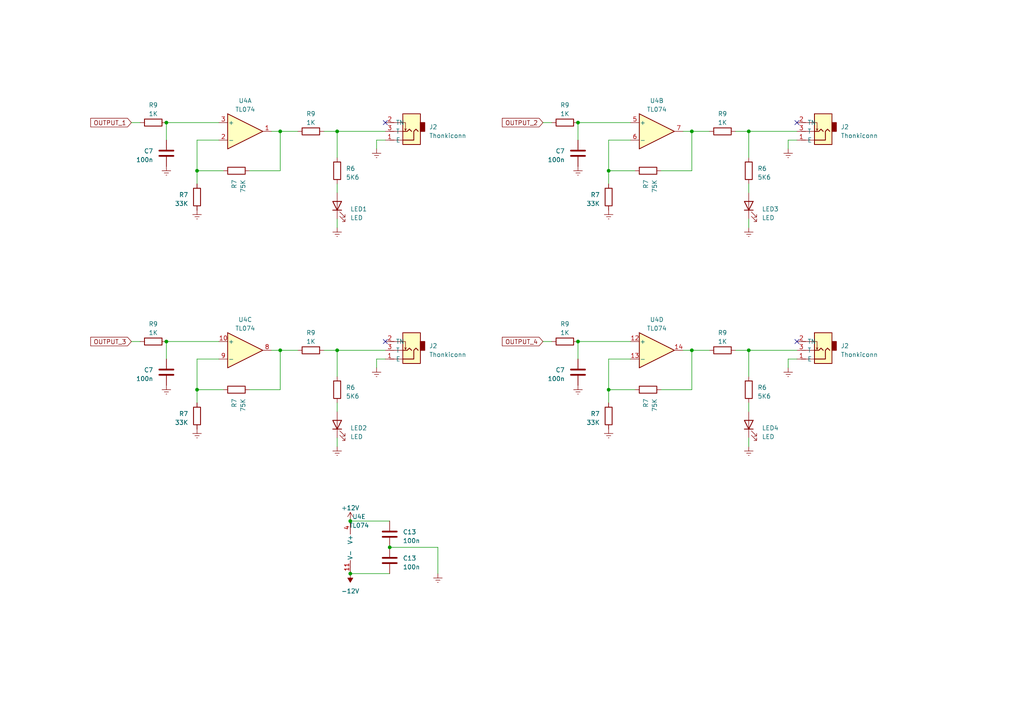
<source format=kicad_sch>
(kicad_sch (version 20230121) (generator eeschema)
  (paper "A4")
  (lib_symbols
    (symbol "Amplifier_Operational:TL074" (pin_names (offset 0.127))
      (property "Reference" "U" (at 0 5.08 0))
      (property "Value" "TL074" (at 0 -5.08 0))
      (symbol "TL074_1_1"
        (polyline (pts (xy -5.08 5.08) (xy 5.08 0) (xy -5.08 -5.08) (xy -5.08 5.08)) (stroke (width 0.254)) (fill (type background)))
        (pin output line (at 7.62 0 180) (length 2.54) (name "~") (number "1"))
        (pin input line (at -7.62 -2.54 0) (length 2.54) (name "-") (number "2"))
        (pin input line (at -7.62 2.54 0) (length 2.54) (name "+") (number "3"))
      )
      (symbol "TL074_2_1"
        (polyline (pts (xy -5.08 5.08) (xy 5.08 0) (xy -5.08 -5.08) (xy -5.08 5.08)) (stroke (width 0.254)) (fill (type background)))
        (pin input line (at -7.62 2.54 0) (length 2.54) (name "+") (number "5"))
        (pin input line (at -7.62 -2.54 0) (length 2.54) (name "-") (number "6"))
        (pin output line (at 7.62 0 180) (length 2.54) (name "~") (number "7"))
      )
      (symbol "TL074_3_1"
        (polyline (pts (xy -5.08 5.08) (xy 5.08 0) (xy -5.08 -5.08) (xy -5.08 5.08)) (stroke (width 0.254)) (fill (type background)))
        (pin input line (at -7.62 2.54 0) (length 2.54) (name "+") (number "10"))
        (pin output line (at 7.62 0 180) (length 2.54) (name "~") (number "8"))
        (pin input line (at -7.62 -2.54 0) (length 2.54) (name "-") (number "9"))
      )
      (symbol "TL074_4_1"
        (polyline (pts (xy -5.08 5.08) (xy 5.08 0) (xy -5.08 -5.08) (xy -5.08 5.08)) (stroke (width 0.254)) (fill (type background)))
        (pin input line (at -7.62 2.54 0) (length 2.54) (name "+") (number "12"))
        (pin input line (at -7.62 -2.54 0) (length 2.54) (name "-") (number "13"))
        (pin output line (at 7.62 0 180) (length 2.54) (name "~") (number "14"))
      )
      (symbol "TL074_5_1"
        (pin power_in line (at -2.54 -7.62 90) (length 3.81) (name "V-") (number "11"))
        (pin power_in line (at -2.54 7.62 270) (length 3.81) (name "V+") (number "4"))
      )
    )
    (symbol "Device:C" (pin_numbers hide) (pin_names (offset 0.254))
      (property "Reference" "C" (at 0.635 2.54 0))
      (property "Value" "C" (at 0.635 -2.54 0))
      (symbol "C_0_1"
        (polyline (pts (xy -2.032 -0.762) (xy 2.032 -0.762)) (stroke (width 0.508)))
        (polyline (pts (xy -2.032 0.762) (xy 2.032 0.762)) (stroke (width 0.508)))
      )
      (symbol "C_1_1"
        (pin passive line (at 0 3.81 270) (length 2.794) (name "~") (number "1"))
        (pin passive line (at 0 -3.81 90) (length 2.794) (name "~") (number "2"))
      )
    )
    (symbol "Device:LED" (pin_numbers hide) (pin_names (offset 1.016) hide)
      (property "Reference" "D" (at 0 2.54 0))
      (property "Value" "LED" (at 0 -2.54 0))
      (symbol "LED_0_1"
        (polyline (pts (xy -1.27 -1.27) (xy -1.27 1.27)) (stroke (width 0.254)))
        (polyline (pts (xy -1.27 0) (xy 1.27 0)))
        (polyline (pts (xy 1.27 -1.27) (xy 1.27 1.27) (xy -1.27 0) (xy 1.27 -1.27)) (stroke (width 0.254)))
        (polyline (pts (xy -3.048 -0.762) (xy -4.572 -2.286) (xy -3.81 -2.286) (xy -4.572 -2.286) (xy -4.572 -1.524)))
        (polyline (pts (xy -1.778 -0.762) (xy -3.302 -2.286) (xy -2.54 -2.286) (xy -3.302 -2.286) (xy -3.302 -1.524)))
      )
      (symbol "LED_1_1"
        (pin passive line (at -3.81 0 0) (length 2.54) (name "K") (number "1"))
        (pin passive line (at 3.81 0 180) (length 2.54) (name "A") (number "2"))
      )
    )
    (symbol "Device:R" (pin_numbers hide) (pin_names (offset 0))
      (property "Reference" "R" (at 2.032 0 90))
      (property "Value" "R" (at 0 0 90))
      (symbol "R_0_1"
        (rectangle (start -1.016 -2.54) (end 1.016 2.54) (stroke (width 0.254)))
      )
      (symbol "R_1_1"
        (pin passive line (at 0 3.81 270) (length 1.27) (name "~") (number "1"))
        (pin passive line (at 0 -3.81 90) (length 1.27) (name "~") (number "2"))
      )
    )
    (symbol "Eurorack:Thonkiconn_Mono_Jack"
      (property "Reference" "J" (at 0 1.27 0))
      (property "Value" "Thonkiconn_Mono_Jack" (at 10.16 3.81 0))
      (symbol "Thonkiconn_Mono_Jack_0_1"
        (rectangle (start -1.27 -2.54) (end 0 -5.08) (stroke (width 0.254)) (fill (type outline)))
        (polyline (pts (xy 4.318 -4.826) (xy 4.572 -4.318)))
        (polyline (pts (xy 8.89 -7.62) (xy 5.08 -7.62)))
        (polyline (pts (xy 8.89 -5.08) (xy 5.08 -5.08)))
        (polyline (pts (xy 2.54 -5.08) (xy 3.175 -4.445) (xy 3.81 -5.08) (xy 5.08 -5.08)) (stroke (width 0.254)))
        (polyline (pts (xy 8.89 -2.54) (xy 4.318 -2.54) (xy 4.318 -4.826) (xy 4.064 -4.318)))
        (polyline (pts (xy 5.08 -7.62) (xy 1.905 -7.62) (xy 1.905 -5.08) (xy 1.27 -4.445) (xy 0.635 -5.08)) (stroke (width 0.254)))
        (rectangle (start 0 0) (end 5.08 -8.89) (stroke (width 0.254)) (fill (type background)))
      )
      (symbol "Thonkiconn_Mono_Jack_1_1"
        (pin passive line (at 10.16 -7.62 180) (length 2.54) (name "E") (number "1"))
        (pin passive line (at 10.16 -2.54 180) (length 2.54) (name "TN") (number "2"))
        (pin passive line (at 10.16 -5.08 180) (length 2.54) (name "T") (number "3"))
      )
    )
    (symbol "power:+12V" (power) (pin_names (offset 0))
      (property "Value" "+12V" (at 0 3.556 0))
      (symbol "+12V_0_1"
        (polyline (pts (xy -0.762 1.27) (xy 0 2.54)))
        (polyline (pts (xy 0 0) (xy 0 2.54)))
        (polyline (pts (xy 0 2.54) (xy 0.762 1.27)))
      )
      (symbol "+12V_1_1"
        (pin power_in line (at 0 0 90) (length 0) hide (name "+12V") (number "1"))
      )
    )
    (symbol "power:-12V" (power) (pin_names (offset 0))
      (property "Value" "-12V" (at 0 3.81 0))
      (symbol "-12V_0_0"
        (pin power_in line (at 0 0 90) (length 0) hide (name "-12V") (number "1"))
      )
      (symbol "-12V_0_1"
        (polyline (pts (xy 0 0) (xy 0 1.27) (xy 0.762 1.27) (xy 0 2.54) (xy -0.762 1.27) (xy 0 1.27)) (fill (type outline)))
      )
    )
    (symbol "power:Earth" (power) (pin_names (offset 0))
      (symbol "Earth_0_1"
        (polyline (pts (xy -0.635 -1.905) (xy 0.635 -1.905)))
        (polyline (pts (xy -0.127 -2.54) (xy 0.127 -2.54)))
        (polyline (pts (xy 0 -1.27) (xy 0 0)))
        (polyline (pts (xy 1.27 -1.27) (xy -1.27 -1.27)))
      )
      (symbol "Earth_1_1"
        (pin power_in line (at 0 0 270) (length 0) hide (name "Earth") (number "1"))
      )
    )
  )
  (junction (at 57.15 113.03))
  (junction (at 48.26 35.56))
  (junction (at 167.64 99.06))
  (junction (at 101.6 166.37))
  (junction (at 48.26 99.06))
  (junction (at 167.64 35.56))
  (junction (at 113.03 158.75))
  (junction (at 200.66 38.1))
  (junction (at 217.17 101.6))
  (junction (at 176.53 113.03))
  (junction (at 81.28 101.6))
  (junction (at 176.53 49.53))
  (junction (at 97.79 38.1))
  (junction (at 57.15 49.53))
  (junction (at 97.79 101.6))
  (junction (at 200.66 101.6))
  (junction (at 81.28 38.1))
  (junction (at 101.6 151.13))
  (junction (at 217.17 38.1))
  (no_connect (at 231.14 99.06))
  (no_connect (at 231.14 35.56))
  (no_connect (at 111.76 35.56))
  (no_connect (at 111.76 99.06))
  (wire (pts (xy 200.66 101.6) (xy 205.74 101.6)))
  (wire (pts (xy 48.26 35.56) (xy 63.5 35.56)))
  (wire (pts (xy 97.79 38.1) (xy 97.79 45.72)))
  (wire (pts (xy 109.22 40.64) (xy 109.22 43.18)))
  (wire (pts (xy 157.48 99.06) (xy 160.02 99.06)))
  (wire (pts (xy 48.26 99.06) (xy 48.26 104.14)))
  (wire (pts (xy 176.53 49.53) (xy 184.15 49.53)))
  (wire (pts (xy 109.22 104.14) (xy 109.22 106.68)))
  (wire (pts (xy 57.15 40.64) (xy 57.15 49.53)))
  (wire (pts (xy 97.79 116.84) (xy 97.79 119.38)))
  (wire (pts (xy 217.17 101.6) (xy 217.17 109.22)))
  (wire (pts (xy 217.17 38.1) (xy 213.36 38.1)))
  (wire (pts (xy 217.17 38.1) (xy 231.14 38.1)))
  (wire (pts (xy 217.17 116.84) (xy 217.17 119.38)))
  (wire (pts (xy 228.6 104.14) (xy 228.6 106.68)))
  (wire (pts (xy 191.77 113.03) (xy 200.66 113.03)))
  (wire (pts (xy 176.53 104.14) (xy 176.53 113.03)))
  (wire (pts (xy 81.28 49.53) (xy 81.28 38.1)))
  (wire (pts (xy 72.39 113.03) (xy 81.28 113.03)))
  (wire (pts (xy 72.39 49.53) (xy 81.28 49.53)))
  (wire (pts (xy 81.28 113.03) (xy 81.28 101.6)))
  (wire (pts (xy 157.48 35.56) (xy 160.02 35.56)))
  (wire (pts (xy 191.77 49.53) (xy 200.66 49.53)))
  (wire (pts (xy 57.15 104.14) (xy 57.15 113.03)))
  (wire (pts (xy 97.79 101.6) (xy 93.98 101.6)))
  (wire (pts (xy 81.28 101.6) (xy 86.36 101.6)))
  (wire (pts (xy 81.28 38.1) (xy 78.74 38.1)))
  (wire (pts (xy 217.17 66.04) (xy 217.17 63.5)))
  (wire (pts (xy 38.1 35.56) (xy 40.64 35.56)))
  (wire (pts (xy 200.66 38.1) (xy 205.74 38.1)))
  (wire (pts (xy 81.28 38.1) (xy 86.36 38.1)))
  (wire (pts (xy 217.17 38.1) (xy 217.17 45.72)))
  (wire (pts (xy 200.66 113.03) (xy 200.66 101.6)))
  (wire (pts (xy 97.79 38.1) (xy 111.76 38.1)))
  (wire (pts (xy 200.66 101.6) (xy 198.12 101.6)))
  (wire (pts (xy 101.6 166.37) (xy 113.03 166.37)))
  (wire (pts (xy 97.79 66.04) (xy 97.79 63.5)))
  (wire (pts (xy 63.5 104.14) (xy 57.15 104.14)))
  (wire (pts (xy 217.17 53.34) (xy 217.17 55.88)))
  (wire (pts (xy 231.14 40.64) (xy 228.6 40.64)))
  (wire (pts (xy 127 166.37) (xy 127 158.75)))
  (wire (pts (xy 167.64 35.56) (xy 182.88 35.56)))
  (wire (pts (xy 101.6 151.13) (xy 113.03 151.13)))
  (wire (pts (xy 228.6 40.64) (xy 228.6 43.18)))
  (wire (pts (xy 217.17 101.6) (xy 213.36 101.6)))
  (wire (pts (xy 97.79 38.1) (xy 93.98 38.1)))
  (wire (pts (xy 48.26 35.56) (xy 48.26 40.64)))
  (wire (pts (xy 57.15 49.53) (xy 64.77 49.53)))
  (wire (pts (xy 231.14 104.14) (xy 228.6 104.14)))
  (wire (pts (xy 57.15 49.53) (xy 57.15 53.34)))
  (wire (pts (xy 167.64 35.56) (xy 167.64 40.64)))
  (wire (pts (xy 167.64 99.06) (xy 167.64 104.14)))
  (wire (pts (xy 63.5 40.64) (xy 57.15 40.64)))
  (wire (pts (xy 97.79 129.54) (xy 97.79 127)))
  (wire (pts (xy 176.53 113.03) (xy 184.15 113.03)))
  (wire (pts (xy 97.79 53.34) (xy 97.79 55.88)))
  (wire (pts (xy 111.76 104.14) (xy 109.22 104.14)))
  (wire (pts (xy 97.79 101.6) (xy 97.79 109.22)))
  (wire (pts (xy 176.53 113.03) (xy 176.53 116.84)))
  (wire (pts (xy 97.79 101.6) (xy 111.76 101.6)))
  (wire (pts (xy 176.53 40.64) (xy 176.53 49.53)))
  (wire (pts (xy 182.88 104.14) (xy 176.53 104.14)))
  (wire (pts (xy 127 158.75) (xy 113.03 158.75)))
  (wire (pts (xy 176.53 49.53) (xy 176.53 53.34)))
  (wire (pts (xy 57.15 113.03) (xy 64.77 113.03)))
  (wire (pts (xy 167.64 99.06) (xy 182.88 99.06)))
  (wire (pts (xy 217.17 129.54) (xy 217.17 127)))
  (wire (pts (xy 81.28 101.6) (xy 78.74 101.6)))
  (wire (pts (xy 217.17 101.6) (xy 231.14 101.6)))
  (wire (pts (xy 200.66 38.1) (xy 198.12 38.1)))
  (wire (pts (xy 200.66 49.53) (xy 200.66 38.1)))
  (wire (pts (xy 57.15 113.03) (xy 57.15 116.84)))
  (wire (pts (xy 111.76 40.64) (xy 109.22 40.64)))
  (wire (pts (xy 48.26 99.06) (xy 63.5 99.06)))
  (wire (pts (xy 182.88 40.64) (xy 176.53 40.64)))
  (wire (pts (xy 38.1 99.06) (xy 40.64 99.06)))
  (global_label "OUTPUT_1" (shape input) (at 38.1 35.56 180) (property "Intersheetrefs" "${INTERSHEET_REFS}" (effects hide)))
  (global_label "OUTPUT_4" (shape input) (at 157.48 99.06 180) (property "Intersheetrefs" "${INTERSHEET_REFS}" (effects hide)))
  (global_label "OUTPUT_2" (shape input) (at 157.48 35.56 180) (property "Intersheetrefs" "${INTERSHEET_REFS}" (effects hide)))
  (global_label "OUTPUT_3" (shape input) (at 38.1 99.06 180) (property "Intersheetrefs" "${INTERSHEET_REFS}" (effects hide)))
  (symbol (lib_id "Device:R") (at 209.55 38.1 270) (unit 1)
    (property "Reference" "R9" (at 209.55 33.02 90))
    (property "Value" "1K" (at 209.55 35.56 90))
    (property "Footprint" "Resistor_SMD:R_0402_1005Metric" (effects hide))
    (property "JLC" "C11702" (effects hide))
    (instances (project "EuroPi-LC" (path "" (reference "R9") (unit 1)) (path "" (reference "R24") (unit 1))) (project "EuroPi LC" (path "" (reference "R17") (unit 1))) (project "rp2040-core" (path "" (reference "R9") (unit 1))))
  )
  (symbol (lib_id "power:Earth") (at 176.53 60.96 0) (unit 1)
    (property "Reference" "#PWR060" (effects hide))
    (property "Value" "Earth" (effects hide))
    (instances (project "EuroPi-LC" (path "" (reference "#PWR060") (unit 1))) (project "EuroPi LC" (path "" (reference "#PWR019") (unit 1))))
  )
  (symbol (lib_id "Amplifier_Operational:TL074") (at 190.5 101.6 0) (unit 4)
    (property "Reference" "U4" (at 190.5 92.71 0))
    (property "Value" "TL074" (at 190.5 95.25 0))
    (property "Footprint" "Package_SO:SOIC-14_3.9x8.7mm_P1.27mm" (effects hide))
    (property "Datasheet" "http://www.ti.com/lit/ds/symlink/tl071.pdf" (effects hide))
    (instances (project "EuroPi-LC" (path "" (reference "U4") (unit 4))) (project "EuroPi LC" (path "" (reference "U1") (unit 4))))
  )
  (symbol (lib_id "Device:R") (at 187.96 113.03 90) (mirror x) (unit 1)
    (property "Reference" "R7" (at 187.325 115.57 0) (effects (justify left)))
    (property "Value" "75K" (at 189.865 115.57 0) (effects (justify left)))
    (property "Footprint" "Resistor_SMD:R_0402_1005Metric" (effects hide))
    (property "JLC" "C25798" (effects hide))
    (instances (project "EuroPi-LC" (path "" (reference "R7") (unit 1)) (path "" (reference "R23") (unit 1))) (project "EuroPi LC" (path "" (reference "R16") (unit 1))) (project "rp2040-core" (path "" (reference "R7") (unit 1))))
  )
  (symbol (lib_id "Device:R") (at 68.58 113.03 90) (mirror x) (unit 1)
    (property "Reference" "R7" (at 67.945 115.57 0) (effects (justify left)))
    (property "Value" "75K" (at 70.485 115.57 0) (effects (justify left)))
    (property "Footprint" "Resistor_SMD:R_0402_1005Metric" (effects hide))
    (property "JLC" "C25798" (effects hide))
    (instances (project "EuroPi-LC" (path "" (reference "R7") (unit 1)) (path "" (reference "R15") (unit 1))) (project "EuroPi LC" (path "" (reference "R6") (unit 1))) (project "rp2040-core" (path "" (reference "R7") (unit 1))))
  )
  (symbol (lib_id "power:Earth") (at 217.17 129.54 0) (unit 1)
    (property "Reference" "#PWR083" (effects hide))
    (property "Value" "Earth" (effects hide))
    (instances (project "EuroPi-LC" (path "" (reference "#PWR083") (unit 1))) (project "EuroPi LC" (path "" (reference "#PWR022") (unit 1))))
  )
  (symbol (lib_id "Device:C") (at 48.26 44.45 0) (mirror y) (unit 1)
    (property "Reference" "C7" (at 44.45 43.815 0) (effects (justify left)))
    (property "Value" "100n" (at 44.45 46.355 0) (effects (justify left)))
    (property "Footprint" "Capacitor_SMD:C_0402_1005Metric" (effects hide))
    (property "JLC" "C307331" (effects hide))
    (instances (project "EuroPi-LC" (path "" (reference "C7") (unit 1)) (path "" (reference "C18") (unit 1))) (project "EuroPi LC" (path "" (reference "C3") (unit 1))) (project "rp2040-core" (path "" (reference "C7") (unit 1))))
  )
  (symbol (lib_id "power:Earth") (at 127 166.37 0) (unit 1)
    (property "Reference" "#PWR057" (effects hide))
    (property "Value" "Earth" (effects hide))
    (instances (project "EuroPi-LC" (path "" (reference "#PWR057") (unit 1))) (project "EuroPi LC" (path "" (reference "#PWR016") (unit 1))))
  )
  (symbol (lib_id "Device:C") (at 167.64 107.95 0) (mirror y) (unit 1)
    (property "Reference" "C7" (at 163.83 107.315 0) (effects (justify left)))
    (property "Value" "100n" (at 163.83 109.855 0) (effects (justify left)))
    (property "Footprint" "Capacitor_SMD:C_0402_1005Metric" (effects hide))
    (property "JLC" "C307331" (effects hide))
    (instances (project "EuroPi-LC" (path "" (reference "C7") (unit 1)) (path "" (reference "C23") (unit 1))) (project "EuroPi LC" (path "" (reference "C8") (unit 1))) (project "rp2040-core" (path "" (reference "C7") (unit 1))))
  )
  (symbol (lib_id "power:Earth") (at 57.15 60.96 0) (unit 1)
    (property "Reference" "#PWR051" (effects hide))
    (property "Value" "Earth" (effects hide))
    (instances (project "EuroPi-LC" (path "" (reference "#PWR051") (unit 1))) (project "EuroPi LC" (path "" (reference "#PWR08") (unit 1))))
  )
  (symbol (lib_id "power:Earth") (at 48.26 111.76 0) (unit 1)
    (property "Reference" "#PWR050" (effects hide))
    (property "Value" "Earth" (effects hide))
    (instances (project "EuroPi-LC" (path "" (reference "#PWR050") (unit 1))) (project "EuroPi LC" (path "" (reference "#PWR07") (unit 1))))
  )
  (symbol (lib_id "Device:R") (at 44.45 99.06 270) (unit 1)
    (property "Reference" "R9" (at 44.45 93.98 90))
    (property "Value" "1K" (at 44.45 96.52 90))
    (property "Footprint" "Resistor_SMD:R_0402_1005Metric" (effects hide))
    (property "JLC" "C11702" (effects hide))
    (instances (project "EuroPi-LC" (path "" (reference "R9") (unit 1)) (path "" (reference "R11") (unit 1))) (project "EuroPi LC" (path "" (reference "R2") (unit 1))) (project "rp2040-core" (path "" (reference "R9") (unit 1))))
  )
  (symbol (lib_id "Device:LED") (at 217.17 123.19 90) (unit 1)
    (property "Reference" "LED4" (at 220.98 124.1425 90) (effects (justify right)))
    (property "Value" "LED" (at 220.98 126.6825 90) (effects (justify right)))
    (property "Footprint" "allen-synthesis:led-3mm" (effects hide))
  )
  (symbol (lib_id "Amplifier_Operational:TL074") (at 71.12 38.1 0) (unit 1)
    (property "Reference" "U4" (at 71.12 29.21 0))
    (property "Value" "TL074" (at 71.12 31.75 0))
    (property "Footprint" "Package_SO:SOIC-14_3.9x8.7mm_P1.27mm" (effects hide))
    (property "Datasheet" "http://www.ti.com/lit/ds/symlink/tl071.pdf" (effects hide))
    (instances (project "EuroPi-LC" (path "" (reference "U4") (unit 1))) (project "EuroPi LC" (path "" (reference "U1") (unit 1))))
  )
  (symbol (lib_id "power:Earth") (at 228.6 43.18 0) (unit 1)
    (property "Reference" "#PWR053" (effects hide))
    (property "Value" "Earth" (effects hide))
    (instances (project "EuroPi-LC" (path "" (reference "#PWR053") (unit 1))) (project "EuroPi LC" (path "" (reference "#PWR023") (unit 1))))
  )
  (symbol (lib_id "Device:R") (at 187.96 49.53 90) (mirror x) (unit 1)
    (property "Reference" "R7" (at 187.325 52.07 0) (effects (justify left)))
    (property "Value" "75K" (at 189.865 52.07 0) (effects (justify left)))
    (property "Footprint" "Resistor_SMD:R_0402_1005Metric" (effects hide))
    (property "JLC" "C25798" (effects hide))
    (instances (project "EuroPi-LC" (path "" (reference "R7") (unit 1)) (path "" (reference "R22") (unit 1))) (project "EuroPi LC" (path "" (reference "R15") (unit 1))) (project "rp2040-core" (path "" (reference "R7") (unit 1))))
  )
  (symbol (lib_id "Device:LED") (at 97.79 123.19 90) (unit 1)
    (property "Reference" "LED2" (at 101.6 124.1425 90) (effects (justify right)))
    (property "Value" "LED" (at 101.6 126.6825 90) (effects (justify right)))
    (property "Footprint" "allen-synthesis:led-3mm" (effects hide))
  )
  (symbol (lib_id "Device:R") (at 217.17 49.53 180) (unit 1)
    (property "Reference" "R6" (at 219.71 48.895 0) (effects (justify right)))
    (property "Value" "5K6" (at 219.71 51.435 0) (effects (justify right)))
    (property "Footprint" "Resistor_SMD:R_0402_1005Metric" (effects hide))
    (property "JLC" "C25908" (effects hide))
    (instances (project "EuroPi-LC" (path "" (reference "R6") (unit 1)) (path "" (reference "R34") (unit 1))) (project "EuroPi LC" (path "" (reference "R19") (unit 1))) (project "rp2040-core" (path "" (reference "R6") (unit 1))))
  )
  (symbol (lib_id "Amplifier_Operational:TL074") (at 71.12 101.6 0) (unit 3)
    (property "Reference" "U4" (at 71.12 92.71 0))
    (property "Value" "TL074" (at 71.12 95.25 0))
    (property "Footprint" "Package_SO:SOIC-14_3.9x8.7mm_P1.27mm" (effects hide))
    (property "Datasheet" "http://www.ti.com/lit/ds/symlink/tl071.pdf" (effects hide))
    (instances (project "EuroPi-LC" (path "" (reference "U4") (unit 3))) (project "EuroPi LC" (path "" (reference "U1") (unit 3))))
  )
  (symbol (lib_id "Device:R") (at 176.53 120.65 0) (mirror y) (unit 1)
    (property "Reference" "R7" (at 173.99 120.015 0) (effects (justify left)))
    (property "Value" "33K" (at 173.99 122.555 0) (effects (justify left)))
    (property "Footprint" "Resistor_SMD:R_0402_1005Metric" (effects hide))
    (property "JLC" "C25779" (effects hide))
    (instances (project "EuroPi-LC" (path "" (reference "R7") (unit 1)) (path "" (reference "R21") (unit 1))) (project "EuroPi LC" (path "" (reference "R14") (unit 1))) (project "rp2040-core" (path "" (reference "R7") (unit 1))))
  )
  (symbol (lib_id "Eurorack:Thonkiconn_Mono_Jack") (at 241.3 33.02 0) (mirror y) (unit 1)
    (property "Reference" "J2" (at 243.84 36.83 0) (effects (justify right)))
    (property "Value" "Thonkiconn" (at 243.84 39.37 0) (effects (justify right)))
    (property "Footprint" "allen-synthesis:jack-thonkiconn-mono" (effects hide))
    (instances (project "EuroPi-LC" (path "" (reference "J2") (unit 1))) (project "EuroPi LC" (path "" (reference "J6") (unit 1))))
  )
  (symbol (lib_id "Amplifier_Operational:TL074") (at 104.14 158.75 0) (unit 5)
    (property "Reference" "U4" (at 104.14 149.86 0))
    (property "Value" "TL074" (at 104.14 152.4 0))
    (property "Footprint" "Package_SO:SOIC-14_3.9x8.7mm_P1.27mm" (effects hide))
    (property "Datasheet" "http://www.ti.com/lit/ds/symlink/tl071.pdf" (effects hide))
    (instances (project "EuroPi-LC" (path "" (reference "U4") (unit 5))) (project "EuroPi LC" (path "" (reference "U1") (unit 5))))
  )
  (symbol (lib_id "Eurorack:Thonkiconn_Mono_Jack") (at 241.3 96.52 0) (mirror y) (unit 1)
    (property "Reference" "J2" (at 243.84 100.33 0) (effects (justify right)))
    (property "Value" "Thonkiconn" (at 243.84 102.87 0) (effects (justify right)))
    (property "Footprint" "allen-synthesis:jack-thonkiconn-mono" (effects hide))
    (instances (project "EuroPi-LC" (path "" (reference "J2") (unit 1))) (project "EuroPi LC" (path "" (reference "J7") (unit 1))))
  )
  (symbol (lib_id "power:-12V") (at 101.6 166.37 180) (unit 1)
    (property "Reference" "#PWR056" (effects hide))
    (property "Value" "-12V" (at 101.6 171.45 0))
    (instances (project "EuroPi-LC" (path "" (reference "#PWR056") (unit 1))) (project "EuroPi LC" (path "" (reference "#PWR013") (unit 1))))
  )
  (symbol (lib_id "Device:R") (at 68.58 49.53 90) (mirror x) (unit 1)
    (property "Reference" "R7" (at 67.945 52.07 0) (effects (justify left)))
    (property "Value" "75K" (at 70.485 52.07 0) (effects (justify left)))
    (property "Footprint" "Resistor_SMD:R_0402_1005Metric" (effects hide))
    (property "JLC" "C25798" (effects hide))
    (instances (project "EuroPi-LC" (path "" (reference "R7") (unit 1)) (path "" (reference "R14") (unit 1))) (project "EuroPi LC" (path "" (reference "R5") (unit 1))) (project "rp2040-core" (path "" (reference "R7") (unit 1))))
  )
  (symbol (lib_id "Amplifier_Operational:TL074") (at 190.5 38.1 0) (unit 2)
    (property "Reference" "U4" (at 190.5 29.21 0))
    (property "Value" "TL074" (at 190.5 31.75 0))
    (property "Footprint" "Package_SO:SOIC-14_3.9x8.7mm_P1.27mm" (effects hide))
    (property "Datasheet" "http://www.ti.com/lit/ds/symlink/tl071.pdf" (effects hide))
    (instances (project "EuroPi-LC" (path "" (reference "U4") (unit 2))) (project "EuroPi LC" (path "" (reference "U1") (unit 2))))
  )
  (symbol (lib_id "Device:R") (at 97.79 49.53 180) (unit 1)
    (property "Reference" "R6" (at 100.33 48.895 0) (effects (justify right)))
    (property "Value" "5K6" (at 100.33 51.435 0) (effects (justify right)))
    (property "Footprint" "Resistor_SMD:R_0402_1005Metric" (effects hide))
    (property "JLC" "C25908" (effects hide))
    (instances (project "EuroPi-LC" (path "" (reference "R6") (unit 1)) (path "" (reference "R32") (unit 1))) (project "EuroPi LC" (path "" (reference "R9") (unit 1))) (project "rp2040-core" (path "" (reference "R6") (unit 1))))
  )
  (symbol (lib_id "Eurorack:Thonkiconn_Mono_Jack") (at 121.92 33.02 0) (mirror y) (unit 1)
    (property "Reference" "J2" (at 124.46 36.83 0) (effects (justify right)))
    (property "Value" "Thonkiconn" (at 124.46 39.37 0) (effects (justify right)))
    (property "Footprint" "allen-synthesis:jack-thonkiconn-mono" (effects hide))
    (instances (project "EuroPi-LC" (path "" (reference "J2") (unit 1))) (project "EuroPi LC" (path "" (reference "J4") (unit 1))))
  )
  (symbol (lib_id "Eurorack:Thonkiconn_Mono_Jack") (at 121.92 96.52 0) (mirror y) (unit 1)
    (property "Reference" "J2" (at 124.46 100.33 0) (effects (justify right)))
    (property "Value" "Thonkiconn" (at 124.46 102.87 0) (effects (justify right)))
    (property "Footprint" "allen-synthesis:jack-thonkiconn-mono" (effects hide))
    (instances (project "EuroPi-LC" (path "" (reference "J2") (unit 1))) (project "EuroPi LC" (path "" (reference "J5") (unit 1))))
  )
  (symbol (lib_id "Device:R") (at 176.53 57.15 0) (mirror y) (unit 1)
    (property "Reference" "R7" (at 173.99 56.515 0) (effects (justify left)))
    (property "Value" "33K" (at 173.99 59.055 0) (effects (justify left)))
    (property "Footprint" "Resistor_SMD:R_0402_1005Metric" (effects hide))
    (property "JLC" "C25779" (effects hide))
    (instances (project "EuroPi-LC" (path "" (reference "R7") (unit 1)) (path "" (reference "R20") (unit 1))) (project "EuroPi LC" (path "" (reference "R13") (unit 1))) (project "rp2040-core" (path "" (reference "R7") (unit 1))))
  )
  (symbol (lib_id "power:Earth") (at 109.22 106.68 0) (unit 1)
    (property "Reference" "#PWR053" (effects hide))
    (property "Value" "Earth" (effects hide))
    (instances (project "EuroPi-LC" (path "" (reference "#PWR053") (unit 1))) (project "EuroPi LC" (path "" (reference "#PWR015") (unit 1))))
  )
  (symbol (lib_id "Device:R") (at 57.15 57.15 0) (mirror y) (unit 1)
    (property "Reference" "R7" (at 54.61 56.515 0) (effects (justify left)))
    (property "Value" "33K" (at 54.61 59.055 0) (effects (justify left)))
    (property "Footprint" "Resistor_SMD:R_0402_1005Metric" (effects hide))
    (property "JLC" "C25779" (effects hide))
    (instances (project "EuroPi-LC" (path "" (reference "R7") (unit 1)) (path "" (reference "R12") (unit 1))) (project "EuroPi LC" (path "" (reference "R3") (unit 1))) (project "rp2040-core" (path "" (reference "R7") (unit 1))))
  )
  (symbol (lib_id "power:Earth") (at 217.17 66.04 0) (unit 1)
    (property "Reference" "#PWR082" (effects hide))
    (property "Value" "Earth" (effects hide))
    (instances (project "EuroPi-LC" (path "" (reference "#PWR082") (unit 1))) (project "EuroPi LC" (path "" (reference "#PWR021") (unit 1))))
  )
  (symbol (lib_id "Device:R") (at 90.17 38.1 270) (unit 1)
    (property "Reference" "R9" (at 90.17 33.02 90))
    (property "Value" "1K" (at 90.17 35.56 90))
    (property "Footprint" "Resistor_SMD:R_0402_1005Metric" (effects hide))
    (property "JLC" "C11702" (effects hide))
    (instances (project "EuroPi-LC" (path "" (reference "R9") (unit 1)) (path "" (reference "R16") (unit 1))) (project "EuroPi LC" (path "" (reference "R7") (unit 1))) (project "rp2040-core" (path "" (reference "R9") (unit 1))))
  )
  (symbol (lib_id "power:Earth") (at 109.22 43.18 0) (unit 1)
    (property "Reference" "#PWR053" (effects hide))
    (property "Value" "Earth" (effects hide))
    (instances (project "EuroPi-LC" (path "" (reference "#PWR053") (unit 1))) (project "EuroPi LC" (path "" (reference "#PWR014") (unit 1))))
  )
  (symbol (lib_id "Device:R") (at 97.79 113.03 180) (unit 1)
    (property "Reference" "R6" (at 100.33 112.395 0) (effects (justify right)))
    (property "Value" "5K6" (at 100.33 114.935 0) (effects (justify right)))
    (property "Footprint" "Resistor_SMD:R_0402_1005Metric" (effects hide))
    (property "JLC" "C25908" (effects hide))
    (instances (project "EuroPi-LC" (path "" (reference "R6") (unit 1)) (path "" (reference "R33") (unit 1))) (project "EuroPi LC" (path "" (reference "R10") (unit 1))) (project "rp2040-core" (path "" (reference "R6") (unit 1))))
  )
  (symbol (lib_id "power:Earth") (at 57.15 124.46 0) (unit 1)
    (property "Reference" "#PWR052" (effects hide))
    (property "Value" "Earth" (effects hide))
    (instances (project "EuroPi-LC" (path "" (reference "#PWR052") (unit 1))) (project "EuroPi LC" (path "" (reference "#PWR09") (unit 1))))
  )
  (symbol (lib_id "Device:C") (at 113.03 162.56 0) (unit 1)
    (property "Reference" "C13" (at 116.84 161.925 0) (effects (justify left)))
    (property "Value" "100n" (at 116.84 164.465 0) (effects (justify left)))
    (property "Footprint" "Capacitor_SMD:C_0402_1005Metric" (effects hide))
    (property "JLC" "C307331" (effects hide))
    (instances (project "EuroPi-LC" (path "" (reference "C13") (unit 1)) (path "" (reference "C21") (unit 1))) (project "EuroPi LC" (path "" (reference "C6") (unit 1))) (project "rp2040-core" (path "" (reference "C13") (unit 1))))
  )
  (symbol (lib_id "Device:R") (at 163.83 99.06 270) (unit 1)
    (property "Reference" "R9" (at 163.83 93.98 90))
    (property "Value" "1K" (at 163.83 96.52 90))
    (property "Footprint" "Resistor_SMD:R_0402_1005Metric" (effects hide))
    (property "JLC" "C11702" (effects hide))
    (instances (project "EuroPi-LC" (path "" (reference "R9") (unit 1)) (path "" (reference "R19") (unit 1))) (project "EuroPi LC" (path "" (reference "R12") (unit 1))) (project "rp2040-core" (path "" (reference "R9") (unit 1))))
  )
  (symbol (lib_id "Device:R") (at 90.17 101.6 270) (unit 1)
    (property "Reference" "R9" (at 90.17 96.52 90))
    (property "Value" "1K" (at 90.17 99.06 90))
    (property "Footprint" "Resistor_SMD:R_0402_1005Metric" (effects hide))
    (property "JLC" "C11702" (effects hide))
    (instances (project "EuroPi-LC" (path "" (reference "R9") (unit 1)) (path "" (reference "R17") (unit 1))) (project "EuroPi LC" (path "" (reference "R8") (unit 1))) (project "rp2040-core" (path "" (reference "R9") (unit 1))))
  )
  (symbol (lib_id "Device:R") (at 57.15 120.65 0) (mirror y) (unit 1)
    (property "Reference" "R7" (at 54.61 120.015 0) (effects (justify left)))
    (property "Value" "33K" (at 54.61 122.555 0) (effects (justify left)))
    (property "Footprint" "Resistor_SMD:R_0402_1005Metric" (effects hide))
    (property "JLC" "C25779" (effects hide))
    (instances (project "EuroPi-LC" (path "" (reference "R7") (unit 1)) (path "" (reference "R13") (unit 1))) (project "EuroPi LC" (path "" (reference "R4") (unit 1))) (project "rp2040-core" (path "" (reference "R7") (unit 1))))
  )
  (symbol (lib_id "power:Earth") (at 176.53 124.46 0) (unit 1)
    (property "Reference" "#PWR061" (effects hide))
    (property "Value" "Earth" (effects hide))
    (instances (project "EuroPi-LC" (path "" (reference "#PWR061") (unit 1))) (project "EuroPi LC" (path "" (reference "#PWR020") (unit 1))))
  )
  (symbol (lib_id "power:Earth") (at 97.79 66.04 0) (unit 1)
    (property "Reference" "#PWR080" (effects hide))
    (property "Value" "Earth" (effects hide))
    (instances (project "EuroPi-LC" (path "" (reference "#PWR080") (unit 1))) (project "EuroPi LC" (path "" (reference "#PWR010") (unit 1))))
  )
  (symbol (lib_id "Device:R") (at 217.17 113.03 180) (unit 1)
    (property "Reference" "R6" (at 219.71 112.395 0) (effects (justify right)))
    (property "Value" "5K6" (at 219.71 114.935 0) (effects (justify right)))
    (property "Footprint" "Resistor_SMD:R_0402_1005Metric" (effects hide))
    (property "JLC" "C25908" (effects hide))
    (instances (project "EuroPi-LC" (path "" (reference "R6") (unit 1)) (path "" (reference "R35") (unit 1))) (project "EuroPi LC" (path "" (reference "R20") (unit 1))) (project "rp2040-core" (path "" (reference "R6") (unit 1))))
  )
  (symbol (lib_id "power:Earth") (at 48.26 48.26 0) (unit 1)
    (property "Reference" "#PWR049" (effects hide))
    (property "Value" "Earth" (effects hide))
    (instances (project "EuroPi-LC" (path "" (reference "#PWR049") (unit 1))) (project "EuroPi LC" (path "" (reference "#PWR06") (unit 1))))
  )
  (symbol (lib_id "Device:LED") (at 97.79 59.69 90) (unit 1)
    (property "Reference" "LED1" (at 101.6 60.6425 90) (effects (justify right)))
    (property "Value" "LED" (at 101.6 63.1825 90) (effects (justify right)))
    (property "Footprint" "allen-synthesis:led-3mm" (effects hide))
  )
  (symbol (lib_id "Device:R") (at 209.55 101.6 270) (unit 1)
    (property "Reference" "R9" (at 209.55 96.52 90))
    (property "Value" "1K" (at 209.55 99.06 90))
    (property "Footprint" "Resistor_SMD:R_0402_1005Metric" (effects hide))
    (property "JLC" "C11702" (effects hide))
    (instances (project "EuroPi-LC" (path "" (reference "R9") (unit 1)) (path "" (reference "R25") (unit 1))) (project "EuroPi LC" (path "" (reference "R18") (unit 1))) (project "rp2040-core" (path "" (reference "R9") (unit 1))))
  )
  (symbol (lib_id "Device:LED") (at 217.17 59.69 90) (unit 1)
    (property "Reference" "LED3" (at 220.98 60.6425 90) (effects (justify right)))
    (property "Value" "LED" (at 220.98 63.1825 90) (effects (justify right)))
    (property "Footprint" "allen-synthesis:led-3mm" (effects hide))
  )
  (symbol (lib_id "power:Earth") (at 228.6 106.68 0) (unit 1)
    (property "Reference" "#PWR053" (effects hide))
    (property "Value" "Earth" (effects hide))
    (instances (project "EuroPi-LC" (path "" (reference "#PWR053") (unit 1))) (project "EuroPi LC" (path "" (reference "#PWR024") (unit 1))))
  )
  (symbol (lib_id "Device:C") (at 113.03 154.94 0) (unit 1)
    (property "Reference" "C13" (at 116.84 154.305 0) (effects (justify left)))
    (property "Value" "100n" (at 116.84 156.845 0) (effects (justify left)))
    (property "Footprint" "Capacitor_SMD:C_0402_1005Metric" (effects hide))
    (property "JLC" "C307331" (effects hide))
    (instances (project "EuroPi-LC" (path "" (reference "C13") (unit 1)) (path "" (reference "C20") (unit 1))) (project "EuroPi LC" (path "" (reference "C5") (unit 1))) (project "rp2040-core" (path "" (reference "C13") (unit 1))))
  )
  (symbol (lib_id "Device:R") (at 44.45 35.56 270) (unit 1)
    (property "Reference" "R9" (at 44.45 30.48 90))
    (property "Value" "1K" (at 44.45 33.02 90))
    (property "Footprint" "Resistor_SMD:R_0402_1005Metric" (effects hide))
    (property "JLC" "C11702" (effects hide))
    (instances (project "EuroPi-LC" (path "" (reference "R9") (unit 1)) (path "" (reference "R10") (unit 1))) (project "EuroPi LC" (path "" (reference "R1") (unit 1))) (project "rp2040-core" (path "" (reference "R9") (unit 1))))
  )
  (symbol (lib_id "Device:R") (at 163.83 35.56 270) (unit 1)
    (property "Reference" "R9" (at 163.83 30.48 90))
    (property "Value" "1K" (at 163.83 33.02 90))
    (property "Footprint" "Resistor_SMD:R_0402_1005Metric" (effects hide))
    (property "JLC" "C11702" (effects hide))
    (instances (project "EuroPi-LC" (path "" (reference "R9") (unit 1)) (path "" (reference "R18") (unit 1))) (project "EuroPi LC" (path "" (reference "R11") (unit 1))) (project "rp2040-core" (path "" (reference "R9") (unit 1))))
  )
  (symbol (lib_id "power:Earth") (at 97.79 129.54 0) (unit 1)
    (property "Reference" "#PWR081" (effects hide))
    (property "Value" "Earth" (effects hide))
    (instances (project "EuroPi-LC" (path "" (reference "#PWR081") (unit 1))) (project "EuroPi LC" (path "" (reference "#PWR011") (unit 1))))
  )
  (symbol (lib_id "power:Earth") (at 167.64 48.26 0) (unit 1)
    (property "Reference" "#PWR058" (effects hide))
    (property "Value" "Earth" (effects hide))
    (instances (project "EuroPi-LC" (path "" (reference "#PWR058") (unit 1))) (project "EuroPi LC" (path "" (reference "#PWR017") (unit 1))))
  )
  (symbol (lib_id "power:Earth") (at 167.64 111.76 0) (unit 1)
    (property "Reference" "#PWR059" (effects hide))
    (property "Value" "Earth" (effects hide))
    (instances (project "EuroPi-LC" (path "" (reference "#PWR059") (unit 1))) (project "EuroPi LC" (path "" (reference "#PWR018") (unit 1))))
  )
  (symbol (lib_id "power:+12V") (at 101.6 151.13 0) (unit 1)
    (property "Reference" "#PWR055" (effects hide))
    (property "Value" "+12V" (at 101.6 147.32 0))
    (instances (project "EuroPi-LC" (path "" (reference "#PWR055") (unit 1))) (project "EuroPi LC" (path "" (reference "#PWR012") (unit 1))))
  )
  (symbol (lib_id "Device:C") (at 167.64 44.45 0) (mirror y) (unit 1)
    (property "Reference" "C7" (at 163.83 43.815 0) (effects (justify left)))
    (property "Value" "100n" (at 163.83 46.355 0) (effects (justify left)))
    (property "Footprint" "Capacitor_SMD:C_0402_1005Metric" (effects hide))
    (property "JLC" "C307331" (effects hide))
    (instances (project "EuroPi-LC" (path "" (reference "C7") (unit 1)) (path "" (reference "C22") (unit 1))) (project "EuroPi LC" (path "" (reference "C7") (unit 1))) (project "rp2040-core" (path "" (reference "C7") (unit 1))))
  )
  (symbol (lib_id "Device:C") (at 48.26 107.95 0) (mirror y) (unit 1)
    (property "Reference" "C7" (at 44.45 107.315 0) (effects (justify left)))
    (property "Value" "100n" (at 44.45 109.855 0) (effects (justify left)))
    (property "Footprint" "Capacitor_SMD:C_0402_1005Metric" (effects hide))
    (property "JLC" "C307331" (effects hide))
    (instances (project "EuroPi-LC" (path "" (reference "C7") (unit 1)) (path "" (reference "C19") (unit 1))) (project "EuroPi LC" (path "" (reference "C4") (unit 1))) (project "rp2040-core" (path "" (reference "C7") (unit 1))))
  )
)
</source>
